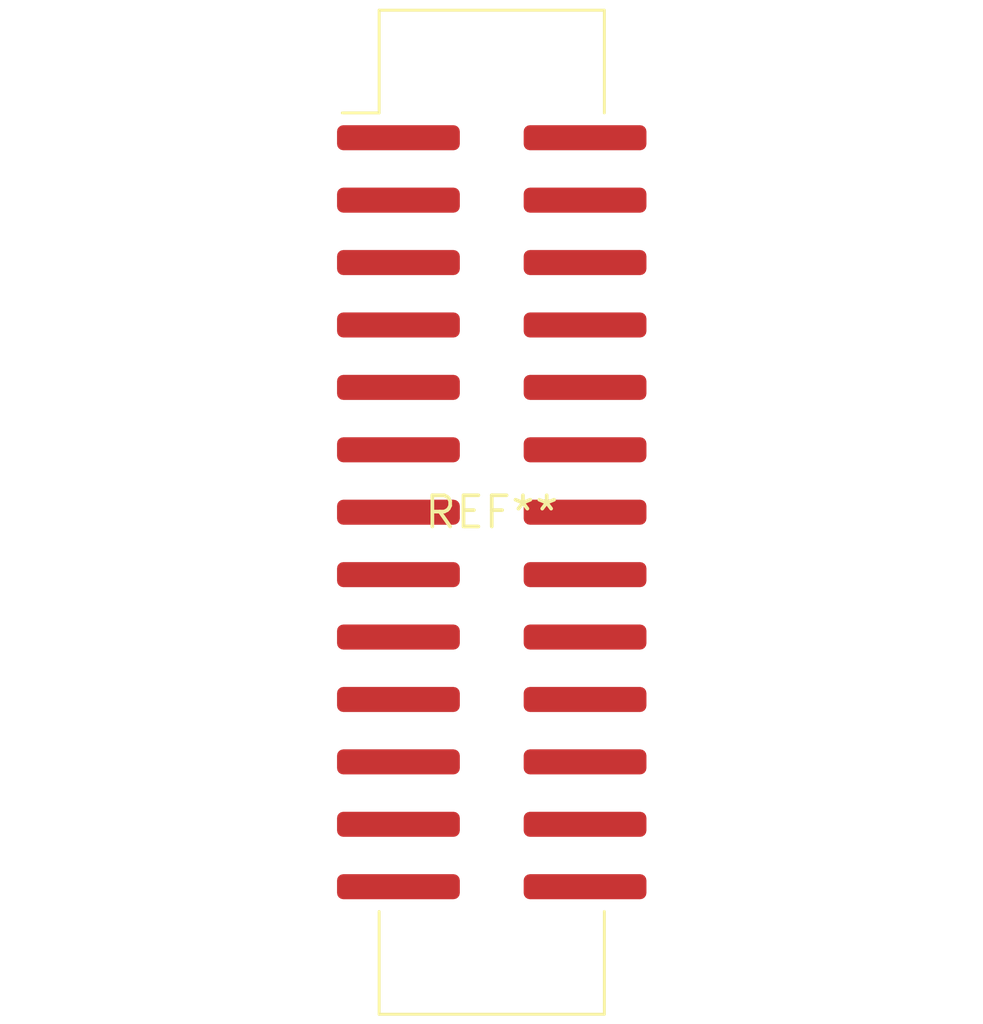
<source format=kicad_pcb>
(kicad_pcb (version 20240108) (generator pcbnew)
  (layers (0 "F.Cu" signal) (31 "B.Cu" signal) (34 "B.Paste" user) (35 "F.Paste" user) (36 "B.SilkS" user "B.Silkscreen") (37 "F.SilkS" user "F.Silkscreen") (38 "B.Mask" user) (39 "F.Mask" user) (44 "Edge.Cuts" user))
  (net 0 "")
  (footprint "IDC-Header_2x13_P2.54mm_Vertical_SMD" (layer "F.Cu") (at 0 0)
    (property "Reference" "REF**")
    (property "Value" "IDC-Header_2x13_P2.54mm_Vertical_SMD")
    (fp_line (start -4.585 -20.43) (end 4.585 -20.43) (layer "F.SilkS") (stroke (width 0.12)))
    (fp_line (start -4.585 -16.25) (end -6.085 -16.25) (layer "F.SilkS") (stroke (width 0.12)))
    (fp_line (start -4.585 -16.25) (end -4.585 -20.43) (layer "F.SilkS") (stroke (width 0.12)))
    (fp_line (start -4.585 16.25) (end -4.585 20.43) (layer "F.SilkS") (stroke (width 0.12)))
    (fp_line (start -4.585 20.43) (end 4.585 20.43) (layer "F.SilkS") (stroke (width 0.12)))
    (fp_line (start 4.585 -20.43) (end 4.585 -16.25) (layer "F.SilkS") (stroke (width 0.12)))
    (fp_line (start 4.585 20.43) (end 4.585 16.25) (layer "F.SilkS") (stroke (width 0.12)))
    (pad "1" smd roundrect (at -3.8 -15.24) (size 5 1.02) (layers "F.Cu" "F.Paste" "F.Mask"))
    (pad "2" smd roundrect (at 3.8 -15.24) (size 5 1.02) (layers "F.Cu" "F.Paste" "F.Mask"))
    (pad "3" smd roundrect (at -3.8 -12.7) (size 5 1.02) (layers "F.Cu" "F.Paste" "F.Mask"))
    (pad "4" smd roundrect (at 3.8 -12.7) (size 5 1.02) (layers "F.Cu" "F.Paste" "F.Mask"))
    (pad "5" smd roundrect (at -3.8 -10.16) (size 5 1.02) (layers "F.Cu" "F.Paste" "F.Mask"))
    (pad "6" smd roundrect (at 3.8 -10.16) (size 5 1.02) (layers "F.Cu" "F.Paste" "F.Mask"))
    (pad "7" smd roundrect (at -3.8 -7.62) (size 5 1.02) (layers "F.Cu" "F.Paste" "F.Mask"))
    (pad "8" smd roundrect (at 3.8 -7.62) (size 5 1.02) (layers "F.Cu" "F.Paste" "F.Mask"))
    (pad "9" smd roundrect (at -3.8 -5.08) (size 5 1.02) (layers "F.Cu" "F.Paste" "F.Mask"))
    (pad "10" smd roundrect (at 3.8 -5.08) (size 5 1.02) (layers "F.Cu" "F.Paste" "F.Mask"))
    (pad "11" smd roundrect (at -3.8 -2.54) (size 5 1.02) (layers "F.Cu" "F.Paste" "F.Mask"))
    (pad "12" smd roundrect (at 3.8 -2.54) (size 5 1.02) (layers "F.Cu" "F.Paste" "F.Mask"))
    (pad "13" smd roundrect (at -3.8 0) (size 5 1.02) (layers "F.Cu" "F.Paste" "F.Mask"))
    (pad "14" smd roundrect (at 3.8 0) (size 5 1.02) (layers "F.Cu" "F.Paste" "F.Mask"))
    (pad "15" smd roundrect (at -3.8 2.54) (size 5 1.02) (layers "F.Cu" "F.Paste" "F.Mask"))
    (pad "16" smd roundrect (at 3.8 2.54) (size 5 1.02) (layers "F.Cu" "F.Paste" "F.Mask"))
    (pad "17" smd roundrect (at -3.8 5.08) (size 5 1.02) (layers "F.Cu" "F.Paste" "F.Mask"))
    (pad "18" smd roundrect (at 3.8 5.08) (size 5 1.02) (layers "F.Cu" "F.Paste" "F.Mask"))
    (pad "19" smd roundrect (at -3.8 7.62) (size 5 1.02) (layers "F.Cu" "F.Paste" "F.Mask"))
    (pad "20" smd roundrect (at 3.8 7.62) (size 5 1.02) (layers "F.Cu" "F.Paste" "F.Mask"))
    (pad "21" smd roundrect (at -3.8 10.16) (size 5 1.02) (layers "F.Cu" "F.Paste" "F.Mask"))
    (pad "22" smd roundrect (at 3.8 10.16) (size 5 1.02) (layers "F.Cu" "F.Paste" "F.Mask"))
    (pad "23" smd roundrect (at -3.8 12.7) (size 5 1.02) (layers "F.Cu" "F.Paste" "F.Mask"))
    (pad "24" smd roundrect (at 3.8 12.7) (size 5 1.02) (layers "F.Cu" "F.Paste" "F.Mask"))
    (pad "25" smd roundrect (at -3.8 15.24) (size 5 1.02) (layers "F.Cu" "F.Paste" "F.Mask"))
    (pad "26" smd roundrect (at 3.8 15.24) (size 5 1.02) (layers "F.Cu" "F.Paste" "F.Mask"))
  )
)
</source>
